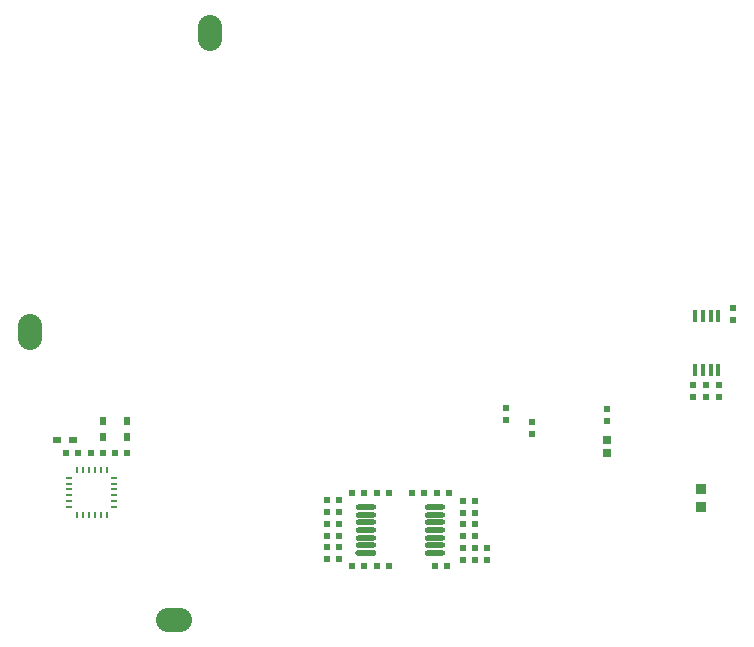
<source format=gbp>
G04*
G04 #@! TF.GenerationSoftware,Altium Limited,Altium Designer,19.1.5 (86)*
G04*
G04 Layer_Color=128*
%FSLAX25Y25*%
%MOIN*%
G70*
G01*
G75*
%ADD22R,0.02200X0.02200*%
%ADD24R,0.02200X0.02200*%
%ADD26R,0.03000X0.02000*%
%ADD27R,0.02000X0.03000*%
%ADD135R,0.03200X0.03500*%
%ADD136O,0.12000X0.08000*%
%ADD137O,0.08000X0.12000*%
%ADD138R,0.02362X0.00984*%
%ADD139R,0.00984X0.02362*%
%ADD140O,0.00984X0.02362*%
%ADD141R,0.01600X0.04331*%
%ADD142O,0.01600X0.04331*%
%ADD143O,0.07000X0.01900*%
G04:AMPARAMS|DCode=144|XSize=19mil|YSize=70mil|CornerRadius=4.75mil|HoleSize=0mil|Usage=FLASHONLY|Rotation=90.000|XOffset=0mil|YOffset=0mil|HoleType=Round|Shape=RoundedRectangle|*
%AMROUNDEDRECTD144*
21,1,0.01900,0.06050,0,0,90.0*
21,1,0.00950,0.07000,0,0,90.0*
1,1,0.00950,0.03025,0.00475*
1,1,0.00950,0.03025,-0.00475*
1,1,0.00950,-0.03025,-0.00475*
1,1,0.00950,-0.03025,0.00475*
%
%ADD144ROUNDEDRECTD144*%
%ADD145R,0.02500X0.02500*%
D22*
X111820Y-20565D02*
D03*
Y-16565D02*
D03*
X120800Y5100D02*
D03*
Y9100D02*
D03*
X107520Y-20565D02*
D03*
Y-16565D02*
D03*
X116121Y-20565D02*
D03*
Y-16565D02*
D03*
X38809Y-74800D02*
D03*
Y-70800D02*
D03*
X45100Y-24100D02*
D03*
Y-28100D02*
D03*
X53694Y-29000D02*
D03*
Y-33000D02*
D03*
X78900Y-28400D02*
D03*
Y-24400D02*
D03*
D24*
X-101600Y-39300D02*
D03*
X-97600D02*
D03*
X-85300D02*
D03*
X-81300D02*
D03*
X-93400D02*
D03*
X-89400D02*
D03*
X6109Y-52600D02*
D03*
X2109D02*
D03*
X13809Y-52500D02*
D03*
X17809D02*
D03*
X6109Y-77000D02*
D03*
X2109D02*
D03*
X25509D02*
D03*
X21509D02*
D03*
X30609Y-66900D02*
D03*
X34609D02*
D03*
Y-70800D02*
D03*
X30609D02*
D03*
X34609Y-74700D02*
D03*
X30609D02*
D03*
X34609Y-63004D02*
D03*
X30609D02*
D03*
Y-59104D02*
D03*
X34609D02*
D03*
X22209Y-52500D02*
D03*
X26209D02*
D03*
X30609Y-55204D02*
D03*
X34609D02*
D03*
X-2291Y-52600D02*
D03*
X-6291D02*
D03*
X-10691Y-54950D02*
D03*
X-14691D02*
D03*
X-10691Y-58823D02*
D03*
X-14691D02*
D03*
Y-62750D02*
D03*
X-10691D02*
D03*
X-2291Y-77000D02*
D03*
X-6291D02*
D03*
X-14691Y-66691D02*
D03*
X-10691D02*
D03*
Y-70600D02*
D03*
X-14691D02*
D03*
X-10691Y-74350D02*
D03*
X-14691D02*
D03*
D26*
X-99157Y-34859D02*
D03*
X-104557D02*
D03*
D27*
X-89400Y-33900D02*
D03*
Y-28500D02*
D03*
X-81400Y-33900D02*
D03*
Y-28500D02*
D03*
D135*
X110100Y-51100D02*
D03*
Y-57100D02*
D03*
D136*
X-65700Y-94700D02*
D03*
D137*
X-113600Y1300D02*
D03*
X-53700Y100900D02*
D03*
D138*
X-85520Y-57221D02*
D03*
Y-55253D02*
D03*
Y-53284D02*
D03*
Y-51316D02*
D03*
Y-49347D02*
D03*
Y-47379D02*
D03*
X-100480D02*
D03*
Y-49347D02*
D03*
Y-51316D02*
D03*
Y-53284D02*
D03*
Y-55253D02*
D03*
Y-57221D02*
D03*
D139*
X-88079Y-44820D02*
D03*
X-90047D02*
D03*
X-92016D02*
D03*
X-93984D02*
D03*
X-95953D02*
D03*
X-97921D02*
D03*
Y-59780D02*
D03*
X-95953D02*
D03*
X-93984D02*
D03*
X-92016D02*
D03*
X-90047D02*
D03*
D140*
X-88079D02*
D03*
D141*
X115859Y-11465D02*
D03*
D142*
X113300D02*
D03*
X108182Y6535D02*
D03*
X113300D02*
D03*
X110741D02*
D03*
X115859D02*
D03*
X108182Y-11465D02*
D03*
X110741D02*
D03*
D143*
X21509Y-72477D02*
D03*
Y-62241D02*
D03*
X-1691Y-64800D02*
D03*
X21509Y-69918D02*
D03*
Y-67359D02*
D03*
X-1691Y-69918D02*
D03*
Y-59682D02*
D03*
Y-57123D02*
D03*
Y-67359D02*
D03*
X21509Y-64800D02*
D03*
X-1691Y-62241D02*
D03*
X21509Y-57123D02*
D03*
Y-59682D02*
D03*
D144*
X-1691Y-72477D02*
D03*
D145*
X78869Y-34918D02*
D03*
Y-39118D02*
D03*
M02*

</source>
